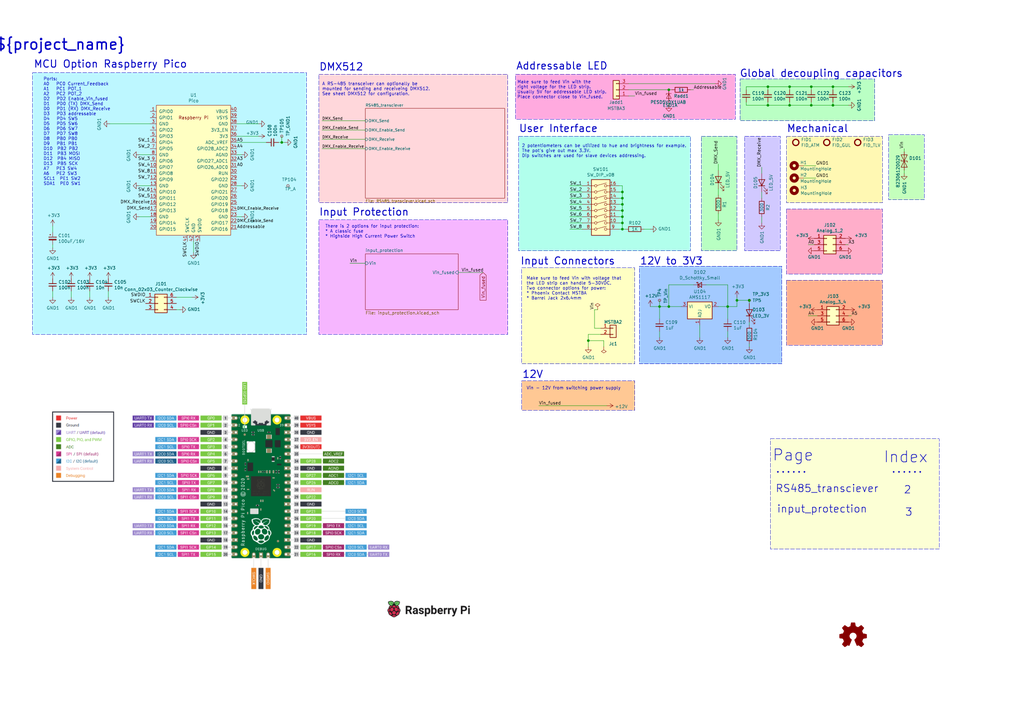
<source format=kicad_sch>
(kicad_sch (version 20231120) (generator "eeschema") (generator_version "8.0")
  (paper "A3")
  (title_block (title "${project_name} ${project_version}") (date "2025-04-10") (rev "${project_version}") (company "${project_creator}") (comment 1 "${project_license}"))
  (lib_symbols
    (symbol "Connector:TestPoint_Small" (pin_numbers hide) (pin_names (offset 0.762) hide)
      (property "Reference" "TP" (at 0 3.81 0))
      (property "Value" "TestPoint_Small" (at 0 2.032 0))
      (symbol "TestPoint_Small_1_1"
        (pin passive line (at 0 0 90) (length 0) (name "1") (number "1"))
      )
    )
    (symbol "Connector_Generic:Conn_01x02" (pin_names (offset 1.016) hide)
      (property "Reference" "J" (at 0 2.54 0))
      (property "Value" "Conn_01x02" (at 0 -5.08 0))
      (symbol "Conn_01x02_1_1"
        (pin passive line (at -5.08 0 0) (length 3.81) (name "Pin_1") (number "1"))
        (pin passive line (at -5.08 -2.54 0) (length 3.81) (name "Pin_2") (number "2"))
      )
    )
    (symbol "Connector_Generic:Conn_01x03" (pin_names (offset 1.016) hide)
      (property "Reference" "J" (at 0 5.08 0))
      (property "Value" "Conn_01x03" (at 0 -5.08 0))
      (symbol "Conn_01x03_1_1"
        (pin passive line (at -5.08 2.54 0) (length 3.81) (name "Pin_1") (number "1"))
        (pin passive line (at -5.08 0 0) (length 3.81) (name "Pin_2") (number "2"))
        (pin passive line (at -5.08 -2.54 0) (length 3.81) (name "Pin_3") (number "3"))
      )
    )
    (symbol "Connector_Generic:Conn_02x03_Counter_Clockwise" (pin_names (offset 1.016) hide)
      (property "Reference" "J" (at 1.27 5.08 0))
      (property "Value" "Conn_02x03_Counter_Clockwise" (at 1.27 -5.08 0))
      (symbol "Conn_02x03_Counter_Clockwise_1_1"
        (pin passive line (at -5.08 2.54 0) (length 3.81) (name "Pin_1") (number "1"))
        (pin passive line (at -5.08 0 0) (length 3.81) (name "Pin_2") (number "2"))
        (pin passive line (at -5.08 -2.54 0) (length 3.81) (name "Pin_3") (number "3"))
        (pin passive line (at 7.62 -2.54 180) (length 3.81) (name "Pin_4") (number "4"))
        (pin passive line (at 7.62 0 180) (length 3.81) (name "Pin_5") (number "5"))
        (pin passive line (at 7.62 2.54 180) (length 3.81) (name "Pin_6") (number "6"))
      )
    )
    (symbol "Connector_Generic:Conn_02x03_Odd_Even" (pin_names (offset 1.016) hide)
      (property "Reference" "J" (at 1.27 5.08 0))
      (property "Value" "Conn_02x03_Odd_Even" (at 1.27 -5.08 0))
      (symbol "Conn_02x03_Odd_Even_1_1"
        (pin passive line (at -5.08 2.54 0) (length 3.81) (name "Pin_1") (number "1"))
        (pin passive line (at 7.62 2.54 180) (length 3.81) (name "Pin_2") (number "2"))
        (pin passive line (at -5.08 0 0) (length 3.81) (name "Pin_3") (number "3"))
        (pin passive line (at 7.62 0 180) (length 3.81) (name "Pin_4") (number "4"))
        (pin passive line (at -5.08 -2.54 0) (length 3.81) (name "Pin_5") (number "5"))
        (pin passive line (at 7.62 -2.54 180) (length 3.81) (name "Pin_6") (number "6"))
      )
    )
    (symbol "Device:C_Small" (pin_numbers hide) (pin_names (offset 0.254) hide)
      (property "Reference" "C" (at 0.254 1.778 0))
      (property "Value" "C_Small" (at 0.254 -2.032 0))
      (symbol "C_Small_1_1"
        (pin passive line (at 0 2.54 270) (length 2.032) (name "~") (number "1"))
        (pin passive line (at 0 -2.54 90) (length 2.032) (name "~") (number "2"))
      )
    )
    (symbol "Device:D_Schottky_Small" (pin_numbers hide) (pin_names (offset 0.254) hide)
      (property "Reference" "D" (at -1.27 2.032 0))
      (property "Value" "D_Schottky_Small" (at -7.112 -2.032 0))
      (symbol "D_Schottky_Small_1_1"
        (pin passive line (at -2.54 0 0) (length 1.778) (name "K") (number "1"))
        (pin passive line (at 2.54 0 180) (length 1.778) (name "A") (number "2"))
      )
    )
    (symbol "Device:LED" (pin_numbers hide) (pin_names (offset 1.016) hide)
      (property "Reference" "D" (at 0 2.54 0))
      (property "Value" "LED" (at 0 -2.54 0))
      (symbol "LED_1_1"
        (pin passive line (at -3.81 0 0) (length 2.54) (name "K") (number "1"))
        (pin passive line (at 3.81 0 180) (length 2.54) (name "A") (number "2"))
      )
    )
    (symbol "Device:R" (pin_numbers hide) (pin_names (offset 0))
      (property "Reference" "R" (at 2.032 0 90))
      (property "Value" "R" (at 0 0 90))
      (symbol "R_1_1"
        (pin passive line (at 0 3.81 270) (length 1.27) (name "~") (number "1"))
        (pin passive line (at 0 -3.81 90) (length 1.27) (name "~") (number "2"))
      )
    )
    (symbol "Diode:ESD9B3.3ST5G" (pin_numbers hide) (pin_names (offset 1.016) hide)
      (property "Reference" "D" (at 0 2.54 0))
      (property "Value" "ESD9B3.3ST5G" (at 0 -2.54 0))
      (symbol "ESD9B3.3ST5G_1_1"
        (pin passive line (at -3.81 0 0) (length 2.54) (name "A1") (number "1"))
        (pin passive line (at 3.81 0 180) (length 2.54) (name "A2") (number "2"))
      )
    )
    (symbol "Graphic:Logo_Open_Hardware_Small" (in_bom no) (on_board no))
    (symbol "Mechanical:Fiducial" (exclude_from_sim yes) (in_bom no)
      (property "Reference" "FID" (at 0 5.08 0))
      (property "Value" "Fiducial" (at 0 3.175 0))
    )
    (symbol "Mechanical:MountingHole" (pin_names (offset 1.016)) (exclude_from_sim yes) (in_bom no)
      (property "Reference" "H" (at 0 5.08 0))
      (property "Value" "MountingHole" (at 0 3.175 0))
    )
    (symbol "Mechanical:MountingHole_Pad" (pin_numbers hide) (pin_names (offset 1.016) hide) (exclude_from_sim yes) (in_bom no)
      (property "Reference" "H" (at 0 6.35 0))
      (property "Value" "MountingHole_Pad" (at 0 4.445 0))
      (symbol "MountingHole_Pad_1_1"
        (pin input line (at 0 -2.54 90) (length 2.54) (name "1") (number "1"))
      )
    )
    (symbol "Power_Protection:PESD5V0L4UG" (pin_numbers hide) (pin_names hide)
      (property "Reference" "D" (at 0 2.54 0))
      (property "Value" "PESD5V0L4UG" (at 0 -2.54 0))
      (symbol "PESD5V0L4UG_1_1"
        (pin passive line (at -2.54 0 0) (length 2.54) (name "K1") (number "1"))
        (pin passive line (at 2.54 0 180) (length 2.54) (name "A") (number "2"))
      )
      (symbol "PESD5V0L4UG_2_1"
        (pin passive line (at -2.54 0 0) (length 2.54) (name "K2") (number "3"))
      )
      (symbol "PESD5V0L4UG_3_1"
        (pin passive line (at -2.54 0 0) (length 2.54) (name "K3") (number "4"))
      )
      (symbol "PESD5V0L4UG_4_1"
        (pin passive line (at -2.54 0 0) (length 2.54) (name "K4") (number "5"))
      )
    )
    (symbol "Regulator_Linear:AMS1117"
      (property "Reference" "U" (at -3.81 3.175 0))
      (property "Value" "AMS1117" (at 0 3.175 0))
      (symbol "AMS1117_1_1"
        (pin input line (at 0 -7.62 90) (length 2.54) (name "ADJ") (number "1"))
        (pin power_out line (at 7.62 0 180) (length 2.54) (name "VO") (number "2"))
        (pin power_in line (at -7.62 0 0) (length 2.54) (name "VI") (number "3"))
      )
    )
    (symbol "Switch:SW_DIP_x08" (pin_names (offset 0) hide)
      (property "Reference" "SW" (at 0 13.97 0))
      (property "Value" "SW_DIP_x08" (at 0 -11.43 0))
      (symbol "SW_DIP_x08_1_1"
        (pin passive line (at -7.62 10.16 0) (length 5.08) (name "~") (number "1"))
        (pin passive line (at 7.62 -5.08 180) (length 5.08) (name "~") (number "10"))
        (pin passive line (at 7.62 -2.54 180) (length 5.08) (name "~") (number "11"))
        (pin passive line (at 7.62 0 180) (length 5.08) (name "~") (number "12"))
        (pin passive line (at 7.62 2.54 180) (length 5.08) (name "~") (number "13"))
        (pin passive line (at 7.62 5.08 180) (length 5.08) (name "~") (number "14"))
        (pin passive line (at 7.62 7.62 180) (length 5.08) (name "~") (number "15"))
        (pin passive line (at 7.62 10.16 180) (length 5.08) (name "~") (number "16"))
        (pin passive line (at -7.62 7.62 0) (length 5.08) (name "~") (number "2"))
        (pin passive line (at -7.62 5.08 0) (length 5.08) (name "~") (number "3"))
        (pin passive line (at -7.62 2.54 0) (length 5.08) (name "~") (number "4"))
        (pin passive line (at -7.62 0 0) (length 5.08) (name "~") (number "5"))
        (pin passive line (at -7.62 -2.54 0) (length 5.08) (name "~") (number "6"))
        (pin passive line (at -7.62 -5.08 0) (length 5.08) (name "~") (number "7"))
        (pin passive line (at -7.62 -7.62 0) (length 5.08) (name "~") (number "8"))
        (pin passive line (at 7.62 -7.62 180) (length 5.08) (name "~") (number "9"))
      )
    )
    (symbol "firefly-rescue:+12V-power" (power) (pin_names (offset 0))
      (property "Value" "power_+12V" (at 0 3.556 0))
      (symbol "+12V-power_1_1"
        (pin power_in line (at 0 0 90) (length 0) hide (name "+12V") (number "1"))
      )
    )
    (symbol "firefly-rescue:+3.3V-power" (power) (pin_names (offset 0))
      (property "Value" "power_+3.3V" (at 0 3.556 0))
      (symbol "+3.3V-power_1_1"
        (pin power_in line (at 0 0 90) (length 0) hide (name "+3V3") (number "1"))
      )
    )
    (symbol "firefly-rescue:CP_Small-Device" (pin_numbers hide) (pin_names (offset 0.254) hide)
      (property "Reference" "C" (at 0.254 1.778 0))
      (property "Value" "Device_CP_Small" (at 0.254 -2.032 0))
      (symbol "CP_Small-Device_1_1"
        (pin passive line (at 0 2.54 270) (length 1.8542) (name "~") (number "1"))
        (pin passive line (at 0 -2.54 90) (length 1.8542) (name "~") (number "2"))
      )
    )
    (symbol "firefly-rescue:GND1-power" (power) (pin_names (offset 0))
      (property "Value" "power_GND1" (at 0 -3.81 0))
      (symbol "GND1-power_1_1"
        (pin power_in line (at 0 0 270) (length 0) hide (name "GND1") (number "1"))
      )
    )
    (symbol "firefly-rescue:PWR_FLAG-power" (power) (pin_numbers hide) (pin_names (offset 0) hide)
      (property "Value" "power_PWR_FLAG" (at 0 3.81 0))
      (symbol "PWR_FLAG-power_0_0"
        (pin power_out line (at 0 0 90) (length 0) (name "pwr") (number "1"))
      )
    )
    (symbol "firefly-rescue:Pico-RPi_Pico" (pin_names (offset 1.016))
      (property "Reference" "U" (at -13.97 27.94 0))
      (property "Value" "RPi_Pico_Pico" (at 0 19.05 0))
      (symbol "Pico-RPi_Pico_0_0"
        (text "Raspberry Pi" (at 0 21.59 0) (effects (font (size 1.27 1.27))))
      )
      (symbol "Pico-RPi_Pico_1_1"
        (pin bidirectional line (at -17.78 24.13 0) (length 2.54) (name "GPIO0") (number "1"))
        (pin bidirectional line (at -17.78 1.27 0) (length 2.54) (name "GPIO7") (number "10"))
        (pin bidirectional line (at -17.78 -1.27 0) (length 2.54) (name "GPIO8") (number "11"))
        (pin bidirectional line (at -17.78 -3.81 0) (length 2.54) (name "GPIO9") (number "12"))
        (pin power_in line (at -17.78 -6.35 0) (length 2.54) (name "GND") (number "13"))
        (pin bidirectional line (at -17.78 -8.89 0) (length 2.54) (name "GPIO10") (number "14"))
        (pin bidirectional line (at -17.78 -11.43 0) (length 2.54) (name "GPIO11") (number "15"))
        (pin bidirectional line (at -17.78 -13.97 0) (length 2.54) (name "GPIO12") (number "16"))
        (pin bidirectional line (at -17.78 -16.51 0) (length 2.54) (name "GPIO13") (number "17"))
        (pin power_in line (at -17.78 -19.05 0) (length 2.54) (name "GND") (number "18"))
        (pin bidirectional line (at -17.78 -21.59 0) (length 2.54) (name "GPIO14") (number "19"))
        (pin bidirectional line (at -17.78 21.59 0) (length 2.54) (name "GPIO1") (number "2"))
        (pin bidirectional line (at -17.78 -24.13 0) (length 2.54) (name "GPIO15") (number "20"))
        (pin bidirectional line (at 17.78 -24.13 180) (length 2.54) (name "GPIO16") (number "21"))
        (pin bidirectional line (at 17.78 -21.59 180) (length 2.54) (name "GPIO17") (number "22"))
        (pin power_in line (at 17.78 -19.05 180) (length 2.54) (name "GND") (number "23"))
        (pin bidirectional line (at 17.78 -16.51 180) (length 2.54) (name "GPIO18") (number "24"))
        (pin bidirectional line (at 17.78 -13.97 180) (length 2.54) (name "GPIO19") (number "25"))
        (pin bidirectional line (at 17.78 -11.43 180) (length 2.54) (name "GPIO20") (number "26"))
        (pin bidirectional line (at 17.78 -8.89 180) (length 2.54) (name "GPIO21") (number "27"))
        (pin power_in line (at 17.78 -6.35 180) (length 2.54) (name "GND") (number "28"))
        (pin bidirectional line (at 17.78 -3.81 180) (length 2.54) (name "GPIO22") (number "29"))
        (pin power_in line (at -17.78 19.05 0) (length 2.54) (name "GND") (number "3"))
        (pin input line (at 17.78 -1.27 180) (length 2.54) (name "RUN") (number "30"))
        (pin bidirectional line (at 17.78 1.27 180) (length 2.54) (name "GPIO26_ADC0") (number "31"))
        (pin bidirectional line (at 17.78 3.81 180) (length 2.54) (name "GPIO27_ADC1") (number "32"))
        (pin power_in line (at 17.78 6.35 180) (length 2.54) (name "AGND") (number "33"))
        (pin bidirectional line (at 17.78 8.89 180) (length 2.54) (name "GPIO28_ADC2") (number "34"))
        (pin unspecified line (at 17.78 11.43 180) (length 2.54) (name "ADC_VREF") (number "35"))
        (pin unspecified line (at 17.78 13.97 180) (length 2.54) (name "3V3") (number "36"))
        (pin input line (at 17.78 16.51 180) (length 2.54) (name "3V3_EN") (number "37"))
        (pin bidirectional line (at 17.78 19.05 180) (length 2.54) (name "GND") (number "38"))
        (pin unspecified line (at 17.78 21.59 180) (length 2.54) (name "VSYS") (number "39"))
        (pin bidirectional line (at -17.78 16.51 0) (length 2.54) (name "GPIO2") (number "4"))
        (pin unspecified line (at 17.78 24.13 180) (length 2.54) (name "VBUS") (number "40"))
        (pin input line (at -2.54 -29.21 90) (length 2.54) (name "SWCLK") (number "41"))
        (pin power_in line (at 0 -29.21 90) (length 2.54) (name "GND") (number "42"))
        (pin bidirectional line (at 2.54 -29.21 90) (length 2.54) (name "SWDIO") (number "43"))
        (pin bidirectional line (at -17.78 13.97 0) (length 2.54) (name "GPIO3") (number "5"))
        (pin bidirectional line (at -17.78 11.43 0) (length 2.54) (name "GPIO4") (number "6"))
        (pin bidirectional line (at -17.78 8.89 0) (length 2.54) (name "GPIO5") (number "7"))
        (pin power_in line (at -17.78 6.35 0) (length 2.54) (name "GND") (number "8"))
        (pin bidirectional line (at -17.78 3.81 0) (length 2.54) (name "GPIO6") (number "9"))
      )
    )
  )
  (junction (at 323.85 43.18))
  (junction (at 255.27 86.36))
  (junction (at 302.26 123.19))
  (junction (at 255.27 91.44))
  (junction (at 341.63 35.56))
  (junction (at 314.96 35.56))
  (junction (at 255.27 88.9))
  (junction (at 323.85 35.56))
  (junction (at 274.32 36.83))
  (junction (at 241.3 139.7))
  (junction (at 341.63 43.18))
  (junction (at 274.32 125.73))
  (junction (at 332.74 43.18))
  (junction (at 115.57 58.42))
  (junction (at 255.27 93.98))
  (junction (at 314.96 43.18))
  (junction (at 255.27 83.82))
  (junction (at 298.45 125.73))
  (junction (at 255.27 78.74))
  (junction (at 307.34 123.19))
  (junction (at 332.74 35.56))
  (junction (at 270.51 125.73))
  (junction (at 255.27 81.28))
  (wire (pts (xy 149.86 107.95) (xy 143.51 107.95)))
  (wire (pts (xy 114.3 58.42) (xy 115.57 58.42)))
  (wire (pts (xy 270.51 125.73) (xy 266.7 125.73)))
  (wire (pts (xy 238.76 91.44) (xy 233.68 91.44)))
  (wire (pts (xy 257.81 34.29) (xy 293.37 34.29)))
  (wire (pts (xy 312.42 91.44) (xy 312.42 88.9)))
  (wire (pts (xy 255.27 83.82) (xy 255.27 81.28)))
  (wire (pts (xy 298.45 135.89) (xy 298.45 138.43)))
  (wire (pts (xy 370.84 60.96) (xy 370.84 62.23)))
  (wire (pts (xy 255.27 86.36) (xy 255.27 83.82)))
  (wire (pts (xy 298.45 125.73) (xy 302.26 125.73)))
  (wire (pts (xy 270.51 123.19) (xy 270.51 125.73)))
  (wire (pts (xy 284.48 116.84) (xy 274.32 116.84)))
  (wire (pts (xy 332.74 36.83) (xy 332.74 35.56)))
  (wire (pts (xy 97.155 76.2) (xy 99.06 76.2)))
  (wire (pts (xy 220.98 166.37) (xy 248.92 166.37)))
  (wire (pts (xy 294.64 67.31) (xy 294.64 69.85)))
  (wire (pts (xy 255.27 88.9) (xy 255.27 86.36)))
  (wire (pts (xy 255.27 93.98) (xy 255.27 91.44)))
  (wire (pts (xy 289.56 116.84) (xy 298.45 116.84)))
  (wire (pts (xy 245.11 127) (xy 243.84 127)))
  (wire (pts (xy 132.08 49.53) (xy 149.86 49.53)))
  (wire (pts (xy 238.76 93.98) (xy 233.68 93.98)))
  (wire (pts (xy 57.15 88.9) (xy 61.595 88.9)))
  (wire (pts (xy 329.565 67.945) (xy 334.645 67.945)))
  (wire (pts (xy 306.07 41.91) (xy 306.07 43.18)))
  (wire (pts (xy 97.155 55.88) (xy 106.045 55.88)))
  (wire (pts (xy 21.59 100.33) (xy 21.59 101.6)))
  (wire (pts (xy 257.81 39.37) (xy 260.35 39.37)))
  (wire (pts (xy 247.65 139.7) (xy 241.3 139.7)))
  (wire (pts (xy 323.85 36.83) (xy 323.85 35.56)))
  (wire (pts (xy 115.57 55.88) (xy 115.57 58.42)))
  (wire (pts (xy 294.64 125.73) (xy 298.45 125.73)))
  (wire (pts (xy 314.96 43.18) (xy 323.85 43.18)))
  (wire (pts (xy 294.64 77.47) (xy 294.64 80.01)))
  (wire (pts (xy 254 81.28) (xy 255.27 81.28)))
  (wire (pts (xy 61.595 63.5) (xy 57.15 63.5)))
  (wire (pts (xy 314.96 36.83) (xy 314.96 35.56)))
  (wire (pts (xy 312.42 78.74) (xy 312.42 81.28)))
  (wire (pts (xy 29.21 119.38) (xy 29.21 121.92)))
  (wire (pts (xy 254 88.9) (xy 255.27 88.9)))
  (wire (pts (xy 306.07 43.18) (xy 314.96 43.18)))
  (wire (pts (xy 306.07 35.56) (xy 306.07 36.83)))
  (wire (pts (xy 79.375 103.505) (xy 79.375 99.06)))
  (wire (pts (xy 287.02 133.35) (xy 287.02 138.43)))
  (wire (pts (xy 270.51 130.81) (xy 270.51 125.73)))
  (wire (pts (xy 307.34 124.46) (xy 307.34 123.19)))
  (wire (pts (xy 44.45 119.38) (xy 44.45 121.92)))
  (wire (pts (xy 72.39 127) (xy 73.66 127)))
  (wire (pts (xy 332.74 35.56) (xy 323.85 35.56)))
  (wire (pts (xy 298.45 116.84) (xy 298.45 125.73)))
  (wire (pts (xy 341.63 43.18) (xy 347.98 43.18)))
  (wire (pts (xy 255.27 78.74) (xy 255.27 76.2)))
  (wire (pts (xy 334.01 100.33) (xy 331.47 100.33)))
  (wire (pts (xy 247.65 142.24) (xy 247.65 139.7)))
  (wire (pts (xy 270.51 135.89) (xy 270.51 138.43)))
  (wire (pts (xy 329.565 73.025) (xy 334.645 73.025)))
  (wire (pts (xy 21.59 92.71) (xy 21.59 95.25)))
  (wire (pts (xy 97.155 88.9) (xy 99.06 88.9)))
  (wire (pts (xy 257.81 36.83) (xy 274.32 36.83)))
  (wire (pts (xy 302.26 123.19) (xy 307.34 123.19)))
  (wire (pts (xy 255.27 81.28) (xy 255.27 78.74)))
  (wire (pts (xy 132.08 60.96) (xy 149.86 60.96)))
  (wire (pts (xy 57.15 76.2) (xy 61.595 76.2)))
  (wire (pts (xy 347.98 35.56) (xy 341.63 35.56)))
  (wire (pts (xy 314.96 35.56) (xy 306.07 35.56)))
  (wire (pts (xy 97.155 58.42) (xy 109.22 58.42)))
  (wire (pts (xy 346.71 100.33) (xy 347.98 100.33)))
  (wire (pts (xy 279.4 125.73) (xy 274.32 125.73)))
  (wire (pts (xy 115.57 58.42) (xy 116.84 58.42)))
  (wire (pts (xy 254 83.82) (xy 255.27 83.82)))
  (wire (pts (xy 347.98 129.54) (xy 349.25 129.54)))
  (wire (pts (xy 302.26 123.19) (xy 302.26 125.73)))
  (wire (pts (xy 238.76 86.36) (xy 233.68 86.36)))
  (wire (pts (xy 243.84 134.62) (xy 246.38 134.62)))
  (wire (pts (xy 238.76 83.82) (xy 233.68 83.82)))
  (wire (pts (xy 323.85 35.56) (xy 314.96 35.56)))
  (wire (pts (xy 314.96 41.91) (xy 314.96 43.18)))
  (wire (pts (xy 274.32 125.73) (xy 270.51 125.73)))
  (wire (pts (xy 97.155 63.5) (xy 99.06 63.5)))
  (wire (pts (xy 254 93.98) (xy 255.27 93.98)))
  (wire (pts (xy 254 91.44) (xy 255.27 91.44)))
  (wire (pts (xy 243.84 127) (xy 243.84 134.62)))
  (wire (pts (xy 283.21 36.83) (xy 284.48 36.83)))
  (wire (pts (xy 302.26 121.92) (xy 302.26 123.19)))
  (wire (pts (xy 132.08 53.34) (xy 149.86 53.34)))
  (wire (pts (xy 241.3 139.7) (xy 241.3 142.24)))
  (wire (pts (xy 238.76 76.2) (xy 233.68 76.2)))
  (wire (pts (xy 106.045 50.8) (xy 97.155 50.8)))
  (wire (pts (xy 307.34 132.08) (xy 307.34 133.35)))
  (wire (pts (xy 238.76 78.74) (xy 233.68 78.74)))
  (wire (pts (xy 255.27 76.2) (xy 254 76.2)))
  (wire (pts (xy 341.63 41.91) (xy 341.63 43.18)))
  (wire (pts (xy 241.3 137.16) (xy 241.3 139.7)))
  (wire (pts (xy 341.63 36.83) (xy 341.63 35.56)))
  (wire (pts (xy 264.16 93.98) (xy 266.7 93.98)))
  (wire (pts (xy 187.96 111.76) (xy 198.12 111.76)))
  (wire (pts (xy 370.84 69.85) (xy 370.84 71.12)))
  (wire (pts (xy 335.28 129.54) (xy 331.47 129.54)))
  (wire (pts (xy 294.64 87.63) (xy 294.64 90.17)))
  (wire (pts (xy 36.83 119.38) (xy 36.83 121.92)))
  (wire (pts (xy 21.59 119.38) (xy 21.59 121.92)))
  (wire (pts (xy 45.085 50.8) (xy 61.595 50.8)))
  (wire (pts (xy 274.32 116.84) (xy 274.32 125.73)))
  (wire (pts (xy 332.74 41.91) (xy 332.74 43.18)))
  (wire (pts (xy 323.85 41.91) (xy 323.85 43.18)))
  (wire (pts (xy 274.32 36.83) (xy 275.59 36.83)))
  (wire (pts (xy 72.39 121.92) (xy 78.74 121.92)))
  (wire (pts (xy 274.32 41.91) (xy 274.32 43.18)))
  (wire (pts (xy 341.63 35.56) (xy 332.74 35.56)))
  (wire (pts (xy 323.85 43.18) (xy 332.74 43.18)))
  (wire (pts (xy 255.27 91.44) (xy 255.27 88.9)))
  (wire (pts (xy 255.27 93.98) (xy 256.54 93.98)))
  (wire (pts (xy 254 78.74) (xy 255.27 78.74)))
  (wire (pts (xy 298.45 130.81) (xy 298.45 125.73)))
  (wire (pts (xy 241.3 137.16) (xy 246.38 137.16)))
  (wire (pts (xy 312.42 68.58) (xy 312.42 71.12)))
  (wire (pts (xy 254 86.36) (xy 255.27 86.36)))
  (wire (pts (xy 132.08 57.15) (xy 149.86 57.15)))
  (wire (pts (xy 238.76 81.28) (xy 233.68 81.28)))
  (wire (pts (xy 332.74 43.18) (xy 341.63 43.18)))
  (wire (pts (xy 238.76 88.9) (xy 233.68 88.9)))
  (wire (pts (xy 307.34 140.97) (xy 307.34 142.24)))
  (rectangle (start 262.255 109.22) (end 320.675 149.225) (stroke (width 0) (type dash)) (fill (type color) (color 163 202 255 1)))
  (rectangle (start 303.53 32.385) (end 358.775 49.53) (stroke (width 0) (type dash)) (fill (type color) (color 186 255 196 1)))
  (rectangle (start 322.58 85.725) (end 361.95 112.395) (stroke (width 0) (type dash)) (fill (type color) (color 255 174 202 1)))
  (rectangle (start 287.655 55.88) (end 302.26 102.87) (stroke (width 0) (type dash)) (fill (type color) (color 184 255 194 1)))
  (rectangle (start 130.81 30.48) (end 208.28 83.185) (stroke (width 0) (type dash)) (fill (type color) (color 255 215 219 1)))
  (rectangle (start 322.58 55.88) (end 361.95 83.185) (stroke (width 0) (type dash)) (fill (type color) (color 255 248 179 1)))
  (rectangle (start 315.976 179.959) (end 385.191 225.171) (stroke (width 0) (type dash)) (fill (type color) (color 252 255 213 1)))
  (rectangle (start 212.725 55.88) (end 283.21 102.87) (stroke (width 0) (type dash)) (fill (type color) (color 177 255 236 1)))
  (rectangle (start 211.455 30.48) (end 301.625 48.895) (stroke (width 0) (type dash)) (fill (type color) (color 255 170 223 1)))
  (rectangle (start 364.49 55.245) (end 379.095 81.915) (stroke (width 0) (type dash)) (fill (type color) (color 196 255 188 1)))
  (rectangle (start 13.335 29.845) (end 125.73 137.16) (stroke (width 0) (type dash)) (fill (type color) (color 189 247 255 1)))
  (rectangle (start 322.58 114.935) (end 361.95 141.605) (stroke (width 0) (type dash)) (fill (type color) (color 255 176 142 1)))
  (rectangle (start 130.81 90.17) (end 208.28 137.16) (stroke (width 0) (type dash)) (fill (type color) (color 246 182 255 1)))
  (rectangle (start 305.435 55.88) (end 320.04 102.87) (stroke (width 0) (type dash)) (fill (type color) (color 209 201 255 1)))
  (rectangle (start 213.995 156.21) (end 260.35 168.275) (stroke (width 0) (type dash)) (fill (type color) (color 255 200 148 1)))
  (rectangle (start 213.995 109.855) (end 260.35 149.225) (stroke (width 0) (type dash)) (fill (type color) (color 255 255 195 1)))
  (image (at 107.315 205.74) (scale 2))
  (text "Ports:\nA0   PC0 Current_Feedback\nA1   PC1 POT_1\nA2   PC2 POT_2\nD2   PD2 Enable_Vin_fused\nD1   PD0 (TX) DMX_Send\nD0   PD1 (RX) DMX_Receive\nD3   PD3 addressable\nD4   PD4 SW5\nD5   PD5 SW6\nD6   PD6 SW7\nD7   PD7 SW8\nD8   PB0 PB0\nD9   PB1 PB1\nD10  PB2 PB2\nD11  PB3 MOSI\nD12  PB4 MISO\nD13  PB5 SCK\nA7   PE3 SW4\nA6   PE2 SW3\nSCL1  PE1 SW2\nSDA1  PE0 SW1" (at 17.78 76.2 0) (effects (font (size 1.27 1.27)) (justify left bottom)))
  (text "3" (at 372.745 210.185 0) (effects (font (size 3.048 3.048) (thickness 0.254) (bold yes))))
  (text "......" (at 371.983 191.897 0) (effects (font (size 4.572 4.572) (thickness 0.254) (bold yes))))
  (text "${project_name}" (at 24.765 18.415 0) (effects (font (size 4.318 4.318) (thickness 0.5994) (bold yes))))
  (text "12V to 3V3" (at 262.382 108.966 0) (effects (font (size 2.9972 2.9972) (thickness 0.3747)) (justify left bottom)))
  (text "Global decoupling capacitors" (at 303.276 32.004 0) (effects (font (size 2.9972 2.9972) (thickness 0.3747)) (justify left bottom)))
  (text "Make sure to feed Vin with voltage that\nthe LED strip can handle 5-30VDC.\nTwo connector options for power:\n* Phoenix Contact MSTBA\n* Barrel Jack 2x6.4mm" (at 215.9 123.19 0) (effects (font (size 1.27 1.27)) (justify left bottom)))
  (text "A RS-485 transceiver can optionally be\nmounted for sending and receiveing DMX512.\nSee sheet DMX512 for configuration." (at 132.08 39.37 0) (effects (font (size 1.27 1.27)) (justify left bottom)))
  (text "Page" (at 325.247 186.817 0) (effects (font (size 4.572 4.572) (thickness 0.254) (bold yes))))
  (text "Input Connectors" (at 213.36 108.966 0) (effects (font (size 2.9972 2.9972) (thickness 0.3747)) (justify left bottom)))
  (text "DMX512" (at 130.81 29.337 0) (effects (font (size 2.9972 2.9972) (thickness 0.3747)) (justify left bottom)))
  (text "There is 2 options for input protection:\n* A classic fuse\n* Highside High Current Power Switch" (at 133.35 97.79 0) (effects (font (size 1.27 1.27)) (justify left bottom)))
  (text "12V" (at 214.122 155.448 0) (effects (font (size 2.9972 2.9972) (thickness 0.3747)) (justify left bottom)))
  (text "input_protection" (at 337.185 208.915 0) (effects (font (size 3.048 3.048) (thickness 0.254) (bold yes))))
  (text "Index" (at 371.475 187.579 0) (effects (font (size 4.572 4.572) (thickness 0.254) (bold yes))))
  (text "Vin - 12V from switching power supply" (at 215.9 160.02 0) (effects (font (size 1.27 1.27)) (justify left bottom)))
  (text "2 potentiometers can be utilized to hue and brightness for example.\nThe pot's give out max 3.3V.\nDip switches are used for slave devices addressing." (at 213.995 64.77 0) (effects (font (size 1.27 1.27)) (justify left bottom)))
  (text "RS485_transciever" (at 339.217 200.533 0) (effects (font (size 3.048 3.048) (thickness 0.254) (bold yes))))
  (text "Mechanical" (at 322.58 54.61 0) (effects (font (size 2.9972 2.9972) (thickness 0.3747)) (justify left bottom)))
  (text "User Interface" (at 212.725 54.61 0) (effects (font (size 2.9972 2.9972) (thickness 0.3747)) (justify left bottom)))
  (text "Addressable LED" (at 211.582 28.956 0) (effects (font (size 2.9972 2.9972) (thickness 0.3747)) (justify left bottom)))
  (text "Make sure to feed Vin with the\nright voltage for the LED strip.\nUsually 5V for addressable LED strip.\nPlace connector close to Vin_fused." (at 212.09 40.64 0) (effects (font (size 1.27 1.27)) (justify left bottom)))
  (text "MCU Option Raspberry Pico" (at 13.716 28.194 0) (effects (font (size 2.9972 2.9972) (thickness 0.3747)) (justify left bottom)))
  (text "Input Protection" (at 130.81 88.9 0) (effects (font (size 2.9972 2.9972) (thickness 0.3747)) (justify left bottom)))
  (text "2" (at 372.237 201.041 0) (effects (font (size 3.048 3.048) (thickness 0.254) (bold yes))))
  (text "......\n" (at 324.485 191.897 0) (effects (font (size 4.572 4.572) (thickness 0.254) (bold yes))))
  (label "SW_8" (at 61.595 71.12 180))
  (label "SW_3" (at 233.68 81.28 0))
  (label "Vin_fused" (at 220.98 166.37 0))
  (label "DMX_Enable_Send" (at 97.155 91.44 0) (effects (font (size 1.1176 1.1176))))
  (label "SW_2" (at 61.595 60.96 180))
  (label "DMX_Send" (at 294.64 67.31 90))
  (label "Vin" (at 143.51 107.95 0))
  (label "Addressable" (at 284.48 36.83 0))
  (label "A4" (at 331.47 129.54 0))
  (label "A5" (at 97.155 58.42 0))
  (label "SW_2" (at 233.68 78.74 0))
  (label "A4" (at 97.155 60.96 0))
  (label "Addressable" (at 97.155 93.98 0))
  (label "Vin_fused" (at 260.35 39.37 0))
  (label "A0" (at 331.47 100.33 0))
  (label "DMX_Enable_Receive" (at 97.155 86.36 0) (effects (font (size 1.1176 1.1176))))
  (label "DMX_Receive" (at 132.08 57.15 0) (effects (font (size 1.1176 1.1176))))
  (label "SW_1" (at 61.595 58.42 180))
  (label "SW_8" (at 233.68 93.98 0))
  (label "A3" (at 97.155 66.04 0))
  (label "DMX_Receive" (at 312.42 68.58 90))
  (label "SWDIO" (at 81.915 99.06 270))
  (label "SW_6" (at 233.68 88.9 0))
  (label "SW_4" (at 61.595 68.58 180))
  (label "Vin" (at 243.84 127 90))
  (label "DMX_Send" (at 132.08 49.53 0) (effects (font (size 1.1176 1.1176))))
  (label "SW_3" (at 61.595 66.04 180))
  (label "GND1" (at 334.645 67.945 0))
  (label "SW_5" (at 233.68 86.36 0))
  (label "SWCLK" (at 76.835 99.06 270))
  (label "DMX_Enable_Receive" (at 132.08 60.96 0) (effects (font (size 1.1176 1.1176))))
  (label "SW_5" (at 61.595 81.28 180))
  (label "DMX_Send" (at 61.595 86.36 180))
  (label "SW_7" (at 233.68 91.44 0))
  (label "A5" (at 349.25 129.54 0))
  (label "SW_4" (at 233.68 83.82 0))
  (label "A3" (at 347.98 100.33 0))
  (label "Vin" (at 370.84 60.96 90))
  (label "SWCLK" (at 59.69 124.46 180))
  (label "SW_1" (at 233.68 76.2 0))
  (label "SWDIO" (at 59.69 121.92 180))
  (label "A0" (at 97.155 68.58 0))
  (label "GND1" (at 334.645 73.025 0))
  (label "Vin_fused" (at 189.23 111.76 0))
  (label "DMX_Receive" (at 61.595 83.82 180))
  (label "SW_6" (at 61.595 78.74 180))
  (label "SW_7" (at 61.595 73.66 180))
  (label "DMX_Enable_Send" (at 132.08 53.34 0) (effects (font (size 1.1176 1.1176))))
  (global_label "Vin_fused" (shape input) (at 198.12 111.76 270) (property "Intersheetrefs" "${INTERSHEET_REFS}" (effects (hide yes))))
  (symbol (lib_id "Connector_Generic:Conn_01x02") (at 251.46 134.62 0) (unit 1)
    (property "Reference" "Jc1" (at 251.46 140.97 0))
    (property "Value" "MSTBA2" (at 251.46 132.08 0))
    (property "Footprint" "Connector_Phoenix_MSTB:PhoenixContact_MSTBA_2,5_2-G-5,08_1x02_P5.08mm_Horizontal" (effects (hide yes)))
    (property "Datasheet" "http://www.farnell.com/datasheets/2309813.pdf" (effects (hide yes)))
    (property "Article Number" "1757242" (effects (hide yes)))
    (property "Seller" "https://se.farnell.com/phoenix-contact/1757242/header-right-angle-5-08mm-2way/dp/3705171" (effects (hide yes)))
  )
  (symbol (lib_id "Connector_Generic:Conn_01x03") (at 252.73 36.83 180) (unit 1)
    (property "Reference" "Jadd1" (at 252.73 41.91 0))
    (property "Value" "MSTBA3" (at 252.73 44.45 0))
    (property "Footprint" "Connector_Phoenix_MSTB:PhoenixContact_MSTBA_2,5_3-G-5,08_1x03_P5.08mm_Horizontal" (effects (hide yes)))
    (property "Datasheet" "http://www.farnell.com/datasheets/2309813.pdf" (effects (hide yes)))
    (property "Article Number" "1757255" (effects (hide yes)))
    (property "Seller" "https://se.farnell.com/phoenix-contact/1757255/connector-header-tht-ra-5-08mm/dp/3705183" (effects (hide yes)))
  )
  (symbol (lib_id "Device:R") (at 279.4 36.83 90) (unit 1)
    (property "Reference" "Radd1" (at 279.4 39.37 90))
    (property "Value" "1k" (at 279.4 36.83 90))
    (property "Footprint" "Resistor_SMD:R_0603_1608Metric" (effects (hide yes)))
    (property "Datasheet" "http://www.farnell.com/datasheets/2864159.pdf?_ga=2.208960598.599385452.1575057425-167263916.1529948031" (effects (hide yes)))
    (property "Article Number" "MC0100W060311K" (effects (hide yes)))
    (property "Seller" "https://se.farnell.com/multicomp/mc0100w060311k/motst-tjockfilm-1k-1-0-063w-0603/dp/2845750" (effects (hide yes)))
  )
  (symbol (lib_id "firefly-rescue:PWR_FLAG-power") (at 245.11 127 0) (unit 1)
    (property "Reference" "#FLG0101" (effects (hide yes)))
    (property "Value" "PWR_FLAG" (effects (hide yes)))
  )
  (symbol (lib_id "firefly-rescue:PWR_FLAG-power") (at 247.65 142.24 180) (unit 1)
    (property "Reference" "#FLG0102" (effects (hide yes)))
    (property "Value" "PWR_FLAG" (effects (hide yes)))
  )
  (symbol (lib_id "Mechanical:MountingHole") (at 325.755 78.105 0) (unit 1)
    (property "Reference" "H3" (at 328.295 76.9366 0) (effects (justify left)))
    (property "Value" "MountingHole" (at 328.295 79.248 0) (effects (justify left)))
    (property "Footprint" "MountingHole:MountingHole_3.2mm_M3" (effects (hide yes)))
  )
  (symbol (lib_id "Power_Protection:PESD5V0L4UG") (at 274.32 39.37 270) (unit 1)
    (property "Reference" "ESD1" (at 271.78 43.18 90) (effects (justify left)))
    (property "Value" "PESD5V0X1UAB" (at 266.7 41.91 90) (effects (justify left)))
    (property "Footprint" "Diode_SMD:D_SOD-523" (effects (hide yes)))
    (property "Datasheet" "http://www.farnell.com/datasheets/1508358.pdf" (effects (hide yes)))
    (property "Article Number" "PESD5V0X1UAB,115" (effects (hide yes)))
    (property "Seller" "https://se.farnell.com/nexperia/pesd5v0x1uab-115/diode-esd-low-capacitance-sod523/dp/2069370" (effects (hide yes)))
  )
  (symbol (lib_id "firefly-rescue:GND1-power") (at 274.32 43.18 0) (unit 1)
    (property "Reference" "#PWR0139" (effects (hide yes)))
    (property "Value" "GND1" (at 274.447 47.5742 0))
  )
  (symbol (lib_id "Switch:SW_DIP_x08") (at 246.38 86.36 0) (unit 1)
    (property "Reference" "SW101" (at 246.38 69.4182 0))
    (property "Value" "SW_DIP_x08" (at 246.38 71.7296 0))
    (property "Footprint" "Package_DIP:DIP-16_W8.89mm_SMDSocket_LongPads" (effects (hide yes)))
    (property "Datasheet" "http://www.dip.com.tw/en/en-product-information/en-switch002/item/download/2412_2ffa0571076f7652f42c65d9d72a148c" (effects (hide yes)))
    (property "Mouser" "https://hr.mouser.com/ProductDetail/Diptronics/DJ-08-V-T-R?qs=vLWxofP3U2z9mX3o1CqIZw%3D%3D" (effects (hide yes)))
  )
  (symbol (lib_id "Device:R") (at 260.35 93.98 270) (unit 1)
    (property "Reference" "R102" (at 260.35 91.44 90))
    (property "Value" "1K" (at 260.35 93.98 90))
    (property "Footprint" "Resistor_SMD:R_0603_1608Metric" (effects (hide yes)))
  )
  (symbol (lib_id "firefly-rescue:GND1-power") (at 266.7 93.98 90) (unit 1)
    (property "Reference" "#PWR0120" (effects (hide yes)))
    (property "Value" "GND1" (at 269.9512 93.853 90) (effects (justify right)))
  )
  (symbol (lib_id "Mechanical:Fiducial") (at 339.09 58.42 0) (unit 1)
    (property "Reference" "FID2" (at 341.249 57.2516 0) (effects (justify left)))
    (property "Value" "FID_GUL" (at 341.249 59.563 0) (effects (justify left)))
    (property "Footprint" "Fiducial:Fiducial_0.5mm_Mask1mm" (effects (hide yes)))
  )
  (symbol (lib_id "Mechanical:Fiducial") (at 326.39 58.42 0) (unit 1)
    (property "Reference" "FID1" (at 328.549 57.2516 0) (effects (justify left)))
    (property "Value" "FID_ATM" (at 328.549 59.563 0) (effects (justify left)))
    (property "Footprint" "Fiducial:Fiducial_0.5mm_Mask1mm" (effects (hide yes)))
  )
  (symbol (lib_id "Mechanical:Fiducial") (at 351.79 58.42 0) (unit 1)
    (property "Reference" "FID3" (at 353.949 57.2516 0) (effects (justify left)))
    (property "Value" "FID_TLV" (at 353.949 59.563 0) (effects (justify left)))
    (property "Footprint" "Fiducial:Fiducial_0.5mm_Mask1mm" (effects (hide yes)))
  )
  (symbol (lib_id "Connector:TestPoint_Small") (at 270.51 123.19 90) (unit 1)
    (property "Reference" "TP4" (at 270.51 121.92 0) (effects (justify left)))
    (property "Value" "TP_Vin" (at 273.05 124.46 0) (effects (justify left)))
    (property "Footprint" "TestPoint:TestPoint_Pad_D1.0mm" (effects (hide yes)))
  )
  (symbol (lib_id "Connector:TestPoint_Small") (at 307.34 123.19 0) (unit 1)
    (property "Reference" "TP5" (at 308.61 123.19 0) (effects (justify left)))
    (property "Value" "TP_3V3" (at 308.61 120.65 0) (effects (justify left)))
    (property "Footprint" "TestPoint:TestPoint_Pad_D1.0mm" (effects (hide yes)))
  )
  (symbol (lib_id "Device:C_Small") (at 111.76 58.42 90) (unit 1)
    (property "Reference" "C108" (at 110.5916 56.0832 0) (effects (justify left)))
    (property "Value" "100n" (at 112.903 56.0832 0) (effects (justify left)))
    (property "Footprint" "Capacitor_SMD:C_0603_1608Metric" (effects (hide yes)))
  )
  (symbol (lib_id "firefly-rescue:+3.3V-power") (at 21.59 114.3 0) (unit 1)
    (property "Reference" "#PWR0104" (effects (hide yes)))
    (property "Value" "+3V3" (at 21.971 109.9058 0))
  )
  (symbol (lib_id "firefly-rescue:+3.3V-power") (at 29.21 114.3 0) (unit 1)
    (property "Reference" "#PWR0108" (effects (hide yes)))
    (property "Value" "+3V3" (at 29.591 109.9058 0))
  )
  (symbol (lib_id "firefly-rescue:+3.3V-power") (at 36.83 114.3 0) (unit 1)
    (property "Reference" "#PWR0110" (effects (hide yes)))
    (property "Value" "+3V3" (at 37.211 109.9058 0))
  )
  (symbol (lib_id "firefly-rescue:+3.3V-power") (at 44.45 114.3 0) (unit 1)
    (property "Reference" "#PWR0115" (effects (hide yes)))
    (property "Value" "+3V3" (at 44.831 109.9058 0))
  )
  (symbol (lib_id "Device:C_Small") (at 21.59 116.84 0) (unit 1)
    (property "Reference" "C102" (at 23.9268 115.6716 0) (effects (justify left)))
    (property "Value" "100n" (at 23.9268 117.983 0) (effects (justify left)))
    (property "Footprint" "Capacitor_SMD:C_0603_1608Metric" (effects (hide yes)))
  )
  (symbol (lib_id "Device:C_Small") (at 29.21 116.84 0) (unit 1)
    (property "Reference" "C103" (at 31.5468 115.6716 0) (effects (justify left)))
    (property "Value" "100n" (at 31.5468 117.983 0) (effects (justify left)))
    (property "Footprint" "Capacitor_SMD:C_0603_1608Metric" (effects (hide yes)))
  )
  (symbol (lib_id "Device:C_Small") (at 36.83 116.84 0) (unit 1)
    (property "Reference" "C104" (at 39.1668 115.6716 0) (effects (justify left)))
    (property "Value" "10n" (at 39.1668 117.983 0) (effects (justify left)))
    (property "Footprint" "Capacitor_SMD:C_0603_1608Metric" (effects (hide yes)))
  )
  (symbol (lib_id "Device:C_Small") (at 44.45 116.84 0) (unit 1)
    (property "Reference" "C105" (at 46.7868 115.6716 0) (effects (justify left)))
    (property "Value" "10n" (at 46.7868 117.983 0) (effects (justify left)))
    (property "Footprint" "Capacitor_SMD:C_0603_1608Metric" (effects (hide yes)))
  )
  (symbol (lib_id "firefly-rescue:CP_Small-Device") (at 21.59 97.79 0) (unit 1)
    (property "Reference" "C101" (at 23.8252 96.6216 0) (effects (justify left)))
    (property "Value" "100uF/16V" (at 23.8252 98.933 0) (effects (justify left)))
    (property "Footprint" "Capacitor_SMD:CP_Elec_6.3x5.3" (effects (hide yes)))
    (property "Datasheet" "https://hr.mouser.com/datasheet/2/212/1/KEM_T2005_T491-1093550.pdf" (effects (hide yes)))
    (property "Mouser" "https://hr.mouser.com/ProductDetail/KEMET/T491D107K016AT7280?qs=sGAEpiMZZMukHu%252BjC5l7YaEpWF5H7V8OFX9EC0xgPQ4%3D" (effects (hide yes)))
  )
  (symbol (lib_id "firefly-rescue:+3.3V-power") (at 21.59 92.71 0) (unit 1)
    (property "Reference" "#PWR0102" (effects (hide yes)))
    (property "Value" "+3V3" (at 21.971 88.3158 0))
  )
  (symbol (lib_id "Connector_Generic:Conn_02x03_Counter_Clockwise") (at 64.77 124.46 0) (unit 1)
    (property "Reference" "J101" (at 66.04 116.4082 0))
    (property "Value" "Conn_02x03_Counter_Clockwise" (at 66.04 118.7196 0))
    (property "Footprint" "Connector_PinHeader_2.54mm:PinHeader_2x03_P2.54mm_Vertical" (effects (hide yes)))
  )
  (symbol (lib_id "firefly-rescue:GND1-power") (at 73.66 127 90) (unit 1)
    (property "Reference" "#PWR0118" (effects (hide yes)))
    (property "Value" "GND1" (at 76.9112 126.873 90) (effects (justify right)))
  )
  (symbol (lib_id "firefly-rescue:+3.3V-power") (at 78.74 121.92 270) (unit 1)
    (property "Reference" "#PWR0119" (effects (hide yes)))
    (property "Value" "+3V3" (at 83.1342 122.301 0))
  )
  (symbol (lib_id "firefly-rescue:GND1-power") (at 293.37 34.29 90) (unit 1)
    (property "Reference" "#PWR0106" (effects (hide yes)))
    (property "Value" "GND1" (at 297.18 34.29 0))
  )
  (symbol (lib_id "firefly-rescue:+3.3V-power") (at 302.26 121.92 0) (unit 1)
    (property "Reference" "#PWR0137" (effects (hide yes)))
    (property "Value" "+3V3" (at 302.641 117.5258 0))
  )
  (symbol (lib_id "Device:D_Schottky_Small") (at 287.02 116.84 0) (unit 1)
    (property "Reference" "D102" (at 287.02 111.633 0))
    (property "Value" "D_Schottky_Small" (at 287.02 113.9444 0))
    (property "Footprint" "Diode_SMD:D_SOD-123" (effects (hide yes)))
  )
  (symbol (lib_id "Device:C_Small") (at 270.51 133.35 0) (unit 1)
    (property "Reference" "C109" (at 272.8468 132.1816 0) (effects (justify left)))
    (property "Value" "1uF" (at 272.8468 134.493 0) (effects (justify left)))
    (property "Footprint" "Capacitor_SMD:C_0603_1608Metric" (effects (hide yes)))
  )
  (symbol (lib_id "Device:C_Small") (at 298.45 133.35 0) (unit 1)
    (property "Reference" "C110" (at 300.7868 132.1816 0) (effects (justify left)))
    (property "Value" "1uF" (at 300.7868 134.493 0) (effects (justify left)))
    (property "Footprint" "Capacitor_SMD:C_0603_1608Metric" (effects (hide yes)))
  )
  (symbol (lib_id "Device:C_Small") (at 306.07 39.37 0) (unit 1)
    (property "Reference" "C119" (at 308.4068 38.2016 0) (effects (justify left)))
    (property "Value" "100n" (at 308.4068 40.513 0) (effects (justify left)))
    (property "Footprint" "Capacitor_SMD:C_0603_1608Metric" (effects (hide yes)))
  )
  (symbol (lib_id "Device:C_Small") (at 314.96 39.37 0) (unit 1)
    (property "Reference" "C120" (at 317.2968 38.2016 0) (effects (justify left)))
    (property "Value" "100n" (at 317.2968 40.513 0) (effects (justify left)))
    (property "Footprint" "Capacitor_SMD:C_0603_1608Metric" (effects (hide yes)))
  )
  (symbol (lib_id "Device:C_Small") (at 323.85 39.37 0) (unit 1)
    (property "Reference" "C121" (at 326.1868 38.2016 0) (effects (justify left)))
    (property "Value" "100n" (at 326.1868 40.513 0) (effects (justify left)))
    (property "Footprint" "Capacitor_SMD:C_0603_1608Metric" (effects (hide yes)))
  )
  (symbol (lib_id "Device:C_Small") (at 332.74 39.37 0) (unit 1)
    (property "Reference" "C122" (at 335.0768 38.2016 0) (effects (justify left)))
    (property "Value" "100n" (at 335.0768 40.513 0) (effects (justify left)))
    (property "Footprint" "Capacitor_SMD:C_0603_1608Metric" (effects (hide yes)))
  )
  (symbol (lib_id "Device:C_Small") (at 341.63 39.37 0) (unit 1)
    (property "Reference" "C123" (at 343.9668 38.2016 0) (effects (justify left)))
    (property "Value" "100n" (at 343.9668 40.513 0) (effects (justify left)))
    (property "Footprint" "Capacitor_SMD:C_0603_1608Metric" (effects (hide yes)))
  )
  (symbol (lib_id "firefly-rescue:+3.3V-power") (at 347.98 35.56 270) (unit 1)
    (property "Reference" "#PWR0107" (effects (hide yes)))
    (property "Value" "+3V3" (at 352.3742 35.941 0))
  )
  (symbol (lib_id "firefly-rescue:GND1-power") (at 347.98 43.18 90) (unit 1)
    (property "Reference" "#PWR0112" (effects (hide yes)))
    (property "Value" "GND1" (at 352.3742 43.053 0))
  )
  (symbol (lib_id "Connector:TestPoint_Small") (at 118.11 76.2 0) (unit 1)
    (property "Reference" "TP104" (at 115.57 73.66 0) (effects (justify left)))
    (property "Value" "TP_A" (at 116.84 77.47 0) (effects (justify left)))
    (property "Footprint" "TestPoint:TestPoint_Pad_D1.0mm" (effects (hide yes)))
  )
  (symbol (lib_id "Connector:TestPoint_Small") (at 115.57 55.88 90) (unit 1)
    (property "Reference" "TP105" (at 115.57 54.61 0) (effects (justify left)))
    (property "Value" "TP_GND1" (at 118.11 55.88 0) (effects (justify left)))
    (property "Footprint" "TestPoint:TestPoint_Pad_D1.0mm" (effects (hide yes)))
  )
  (symbol (lib_id "firefly-rescue:GND1-power") (at 116.84 58.42 90) (unit 1)
    (property "Reference" "#PWR0123" (effects (hide yes)))
    (property "Value" "GND1" (at 121.2342 58.293 0))
  )
  (symbol (lib_id "firefly-rescue:GND1-power") (at 44.45 121.92 0) (unit 1)
    (property "Reference" "#PWR0116" (effects (hide yes)))
    (property "Value" "GND1" (at 44.577 126.3142 0))
  )
  (symbol (lib_id "firefly-rescue:GND1-power") (at 36.83 121.92 0) (unit 1)
    (property "Reference" "#PWR0111" (effects (hide yes)))
    (property "Value" "GND1" (at 36.957 126.3142 0))
  )
  (symbol (lib_id "firefly-rescue:GND1-power") (at 29.21 121.92 0) (unit 1)
    (property "Reference" "#PWR0109" (effects (hide yes)))
    (property "Value" "GND1" (at 29.337 126.3142 0))
  )
  (symbol (lib_id "firefly-rescue:GND1-power") (at 21.59 121.92 0) (unit 1)
    (property "Reference" "#PWR0105" (effects (hide yes)))
    (property "Value" "GND1" (at 21.717 126.3142 0))
  )
  (symbol (lib_id "firefly-rescue:GND1-power") (at 21.59 101.6 0) (unit 1)
    (property "Reference" "#PWR0103" (effects (hide yes)))
    (property "Value" "GND1" (at 21.717 105.9942 0))
  )
  (symbol (lib_id "Device:LED") (at 307.34 128.27 90) (unit 1)
    (property "Reference" "D103" (at 308.61 127 90) (effects (justify right)))
    (property "Value" "LED_3V" (at 308.61 129.54 90) (effects (justify right)))
    (property "Footprint" "LED_SMD:LED_0603_1608Metric" (effects (hide yes)))
  )
  (symbol (lib_id "Device:R") (at 307.34 137.16 180) (unit 1)
    (property "Reference" "R104" (at 309.88 139.7 90) (effects (justify right)))
    (property "Value" "300" (at 307.34 139.7 90) (effects (justify right)))
    (property "Footprint" "Resistor_SMD:R_0603_1608Metric" (effects (hide yes)))
  )
  (symbol (lib_id "firefly-rescue:GND1-power") (at 241.3 142.24 0) (unit 1)
    (property "Reference" "#PWR0131" (effects (hide yes)))
    (property "Value" "GND1" (at 241.427 146.6342 0))
  )
  (symbol (lib_id "firefly-rescue:GND1-power") (at 270.51 138.43 0) (unit 1)
    (property "Reference" "#PWR0132" (effects (hide yes)))
    (property "Value" "GND1" (at 270.637 142.8242 0))
  )
  (symbol (lib_id "firefly-rescue:GND1-power") (at 287.02 138.43 0) (unit 1)
    (property "Reference" "#PWR0134" (effects (hide yes)))
    (property "Value" "GND1" (at 287.147 142.8242 0))
  )
  (symbol (lib_id "firefly-rescue:GND1-power") (at 298.45 138.43 0) (unit 1)
    (property "Reference" "#PWR0136" (effects (hide yes)))
    (property "Value" "GND1" (at 298.577 142.8242 0))
  )
  (symbol (lib_id "firefly-rescue:GND1-power") (at 307.34 142.24 0) (unit 1)
    (property "Reference" "#PWR0138" (effects (hide yes)))
    (property "Value" "GND1" (at 307.467 146.6342 0))
  )
  (symbol (lib_id "Device:LED") (at 294.64 73.66 90) (unit 1)
    (property "Reference" "D104" (at 292.1 73.66 0))
    (property "Value" "LED_5V" (at 298.45 73.66 0))
    (property "Footprint" "LED_SMD:LED_0603_1608Metric" (effects (hide yes)))
  )
  (symbol (lib_id "Device:LED") (at 312.42 74.93 90) (unit 1)
    (property "Reference" "D105" (at 309.88 74.93 0))
    (property "Value" "LED_5V" (at 316.23 74.93 0))
    (property "Footprint" "LED_SMD:LED_0603_1608Metric" (effects (hide yes)))
  )
  (symbol (lib_id "Device:R") (at 294.64 83.82 180) (unit 1)
    (property "Reference" "R1" (at 297.18 83.82 90))
    (property "Value" "300" (at 294.64 83.82 90))
    (property "Footprint" "Resistor_SMD:R_0603_1608Metric" (effects (hide yes)))
  )
  (symbol (lib_id "Device:R") (at 312.42 85.09 180) (unit 1)
    (property "Reference" "R2" (at 314.96 85.09 90))
    (property "Value" "300" (at 312.42 85.09 90))
    (property "Footprint" "Resistor_SMD:R_0603_1608Metric" (effects (hide yes)))
  )
  (symbol (lib_id "firefly-rescue:GND1-power") (at 294.64 90.17 0) (unit 1)
    (property "Reference" "#PWR03" (effects (hide yes)))
    (property "Value" "GND1" (at 294.767 93.4212 90) (effects (justify right)))
  )
  (symbol (lib_id "firefly-rescue:GND1-power") (at 312.42 91.44 0) (unit 1)
    (property "Reference" "#PWR04" (effects (hide yes)))
    (property "Value" "GND1" (at 312.547 94.6912 90) (effects (justify right)))
  )
  (symbol (lib_id "Mechanical:MountingHole_Pad") (at 327.025 67.945 90) (unit 1)
    (property "Reference" "H1" (at 329.565 66.675 90))
    (property "Value" "MountingHole" (at 334.645 69.215 90))
    (property "Footprint" "MountingHole:MountingHole_3.2mm_M3_Pad_Via" (effects (hide yes)))
  )
  (symbol (lib_id "Mechanical:MountingHole_Pad") (at 327.025 73.025 90) (unit 1)
    (property "Reference" "H2" (at 329.565 71.755 90))
    (property "Value" "MountingHole" (at 334.645 74.295 90))
    (property "Footprint" "MountingHole:MountingHole_3.2mm_M3_Pad_Via" (effects (hide yes)))
  )
  (symbol (lib_id "Regulator_Linear:AMS1117") (at 287.02 125.73 0) (unit 1)
    (property "Reference" "U104" (at 287.02 119.5832 0))
    (property "Value" "AMS1117" (at 287.02 121.8946 0))
    (property "Footprint" "Package_TO_SOT_SMD:SOT-223-3_TabPin2" (effects (hide yes)))
    (property "Datasheet" "http://www.advanced-monolithic.com/pdf/ds1117.pdf" (effects (hide yes)))
  )
  (symbol (lib_id "Graphic:Logo_Open_Hardware_Small") (at 349.885 260.985 0) (unit 1)
    (property "Reference" "#LOGO1" (effects (hide yes)))
    (property "Value" "Logo_Open_Hardware_Small" (effects (hide yes)))
  )
  (symbol (lib_id "firefly-rescue:+12V-power") (at 266.7 125.73 0) (unit 1)
    (property "Reference" "#PWR0101" (effects (hide yes)))
    (property "Value" "+12V" (at 267.081 121.3358 0))
  )
  (symbol (lib_id "firefly-rescue:+12V-power") (at 248.92 166.37 270) (unit 1)
    (property "Reference" "#PWR0127" (effects (hide yes)))
    (property "Value" "+12V" (at 252.1712 166.751 90) (effects (justify left)))
  )
  (symbol (lib_id "firefly-rescue:+3.3V-power") (at 334.01 97.79 90) (unit 1)
    (property "Reference" "#PWR0129" (effects (hide yes)))
    (property "Value" "+3V3" (at 328.93 96.52 90))
  )
  (symbol (lib_id "firefly-rescue:+3.3V-power") (at 346.71 97.79 270) (unit 1)
    (property "Reference" "#PWR0142" (effects (hide yes)))
    (property "Value" "+3V3" (at 353.06 96.52 90))
  )
  (symbol (lib_id "firefly-rescue:GND1-power") (at 334.01 102.87 270) (unit 1)
    (property "Reference" "#PWR0130" (effects (hide yes)))
    (property "Value" "GND1" (at 334.01 105.41 90))
  )
  (symbol (lib_id "firefly-rescue:GND1-power") (at 346.71 102.87 90) (unit 1)
    (property "Reference" "#PWR0143" (effects (hide yes)))
    (property "Value" "GND1" (at 346.71 105.41 90))
  )
  (symbol (lib_id "firefly-rescue:+3.3V-power") (at 335.28 127 90) (unit 1)
    (property "Reference" "#PWR0133" (effects (hide yes)))
    (property "Value" "+3V3" (at 330.2 125.73 90))
  )
  (symbol (lib_id "firefly-rescue:+3.3V-power") (at 347.98 127 270) (unit 1)
    (property "Reference" "#PWR0144" (effects (hide yes)))
    (property "Value" "+3V3" (at 354.33 125.73 90))
  )
  (symbol (lib_id "firefly-rescue:GND1-power") (at 335.28 132.08 270) (unit 1)
    (property "Reference" "#PWR0135" (effects (hide yes)))
    (property "Value" "GND1" (at 335.28 134.62 90))
  )
  (symbol (lib_id "firefly-rescue:GND1-power") (at 347.98 132.08 90) (unit 1)
    (property "Reference" "#PWR0145" (effects (hide yes)))
    (property "Value" "GND1" (at 347.98 134.62 90))
  )
  (symbol (lib_id "Diode:ESD9B3.3ST5G") (at 370.84 66.04 270) (unit 1)
    (property "Reference" "D101" (at 372.8466 64.8716 90) (effects (justify left)))
    (property "Value" "82306120029" (at 368.3 63.5 0) (effects (justify left)))
    (property "Footprint" "Diode_SMD:D_0603_1608Metric" (effects (hide yes)))
    (property "Datasheet" "https://hr.mouser.com/datasheet/2/445/82306120029-1724892.pdf" (effects (hide yes)))
    (property "Mouser" "https://hr.mouser.com/ProductDetail/Wurth-Elektronik/82306120029?qs=2kOmHSv6VfRx19zH7vCkmQ%3D%3D" (effects (hide yes)))
  )
  (symbol (lib_id "firefly-rescue:GND1-power") (at 370.84 71.12 0) (unit 1)
    (property "Reference" "#PWR06" (effects (hide yes)))
    (property "Value" "GND1" (at 370.967 74.3712 90) (effects (justify right)))
  )
  (symbol (lib_id "Connector_Generic:Conn_02x03_Odd_Even") (at 339.09 100.33 0) (unit 1)
    (property "Reference" "J102" (at 340.36 92.2782 0))
    (property "Value" "Analog_1_2" (at 340.36 94.5896 0))
    (property "Footprint" "Connector_PinHeader_1.00mm:PinHeader_2x03_P1.00mm_Vertical" (effects (hide yes)))
  )
  (symbol (lib_id "Connector_Generic:Conn_02x03_Odd_Even") (at 340.36 129.54 0) (unit 1)
    (property "Reference" "J103" (at 341.63 121.4882 0))
    (property "Value" "Analog_3_4" (at 341.63 123.7996 0))
    (property "Footprint" "Connector_PinHeader_1.00mm:PinHeader_2x03_P1.00mm_Vertical" (effects (hide yes)))
  )
  (symbol (lib_id "firefly-rescue:Pico-RPi_Pico") (at 79.375 69.85 0) (unit 1)
    (property "Reference" "U1" (at 79.375 38.989 0))
    (property "Value" "Pico" (at 79.375 41.3004 0))
    (property "Footprint" "RPi_Pico:RPi_Pico_SMD_TH" (effects (hide yes)))
  )
  (symbol (lib_id "firefly-rescue:GND1-power") (at 45.085 50.8 270) (unit 1)
    (property "Reference" "#PWR05" (effects (hide yes)))
    (property "Value" "GND1" (at 40.6908 50.927 0))
  )
  (symbol (lib_id "firefly-rescue:GND1-power") (at 57.15 63.5 270) (unit 1)
    (property "Reference" "#PWR09" (effects (hide yes)))
    (property "Value" "GND1" (at 52.7558 63.627 0))
  )
  (symbol (lib_id "firefly-rescue:GND1-power") (at 57.15 76.2 270) (unit 1)
    (property "Reference" "#PWR010" (effects (hide yes)))
    (property "Value" "GND1" (at 52.7558 76.327 0))
  )
  (symbol (lib_id "firefly-rescue:GND1-power") (at 57.15 88.9 270) (unit 1)
    (property "Reference" "#PWR011" (effects (hide yes)))
    (property "Value" "GND1" (at 52.7558 89.027 0))
  )
  (symbol (lib_id "firefly-rescue:GND1-power") (at 79.375 103.505 0) (unit 1)
    (property "Reference" "#PWR012" (effects (hide yes)))
    (property "Value" "GND1" (at 79.502 107.8992 0))
  )
  (symbol (lib_id "firefly-rescue:+3.3V-power") (at 106.045 55.88 270) (unit 1)
    (property "Reference" "#PWR017" (effects (hide yes)))
    (property "Value" "+3V3" (at 103.505 54.61 90))
  )
  (symbol (lib_id "firefly-rescue:GND1-power") (at 106.045 50.8 90) (unit 1)
    (property "Reference" "#PWR016" (effects (hide yes)))
    (property "Value" "GND1" (at 103.505 50.165 90))
  )
  (symbol (lib_id "firefly-rescue:GND1-power") (at 99.06 63.5 90) (unit 1)
    (property "Reference" "#PWR013" (effects (hide yes)))
    (property "Value" "GND1" (at 103.4542 63.373 0))
  )
  (symbol (lib_id "firefly-rescue:GND1-power") (at 99.06 76.2 90) (unit 1)
    (property "Reference" "#PWR014" (effects (hide yes)))
    (property "Value" "GND1" (at 103.4542 76.073 0))
  )
  (symbol (lib_id "firefly-rescue:GND1-power") (at 99.06 88.9 90) (unit 1)
    (property "Reference" "#PWR015" (effects (hide yes)))
    (property "Value" "GND1" (at 103.4542 88.773 0))
  )
  (sheet (at 149.86 104.14) (size 38.1 22.86)
    (property "Sheetname" "input_protection" (at 149.86 103.4284 0) (effects (justify left bottom)))
    (property "Sheetfile" "input_protection.kicad_sch" (at 149.86 127.5846 0) (effects (justify left top)))
    (pin "Vin" input (at 149.86 107.95 180))
    (pin "Vin_fused" input (at 187.96 111.76 0))
  )
  (sheet (at 149.86 44.45) (size 57.15 36.83)
    (property "Sheetname" "RS485_transciever" (at 149.86 43.8146 0) (effects (font (size 1.1176 1.1176)) (justify left bottom)))
    (property "Sheetfile" "RS485_transciever.kicad_sch" (at 149.86 81.8036 0) (effects (font (size 1.1176 1.1176)) (justify left top)))
    (pin "DMX_Send" input (at 149.86 49.53 180) (effects (font (size 1.1176 1.1176))))
    (pin "DMX_Enable_Send" input (at 149.86 53.34 180) (effects (font (size 1.1176 1.1176))))
    (pin "DMX_Receive" input (at 149.86 57.15 180) (effects (font (size 1.1176 1.1176))))
    (pin "DMX_Enable_Receive" input (at 149.86 60.96 180) (effects (font (size 1.1176 1.1176))))
  )
)
</source>
